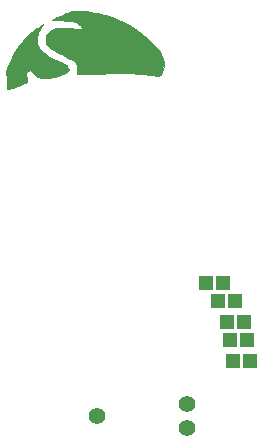
<source format=gts>
G04 #@! TF.FileFunction,Soldermask,Top*
%FSLAX46Y46*%
G04 Gerber Fmt 4.6, Leading zero omitted, Abs format (unit mm)*
G04 Created by KiCad (PCBNEW 4.0.5+dfsg1-4) date Sun Sep 22 01:50:27 2019*
%MOMM*%
%LPD*%
G01*
G04 APERTURE LIST*
%ADD10C,0.100000*%
%ADD11C,0.010000*%
%ADD12C,1.390600*%
%ADD13R,1.197560X1.197560*%
G04 APERTURE END LIST*
D10*
D11*
G36*
X141224000Y-84304860D02*
X141201602Y-84346262D01*
X141142311Y-84438562D01*
X141057977Y-84563433D01*
X141039250Y-84590555D01*
X140942496Y-84733203D01*
X140860021Y-84860185D01*
X140808330Y-84946028D01*
X140805537Y-84951278D01*
X140751604Y-85099296D01*
X140707961Y-85303391D01*
X140679359Y-85535153D01*
X140670475Y-85758995D01*
X140686868Y-85951710D01*
X140738872Y-86122476D01*
X140836031Y-86287917D01*
X140987887Y-86464659D01*
X141181375Y-86649078D01*
X141301145Y-86751656D01*
X141424321Y-86843966D01*
X141565555Y-86934749D01*
X141739503Y-87032750D01*
X141960818Y-87146711D01*
X142244153Y-87285374D01*
X142263426Y-87294661D01*
X142501038Y-87408354D01*
X142712896Y-87508338D01*
X142887137Y-87589130D01*
X143011904Y-87645245D01*
X143075335Y-87671200D01*
X143080209Y-87672334D01*
X143119580Y-87704146D01*
X143186436Y-87783491D01*
X143263192Y-87886230D01*
X143332260Y-87988223D01*
X143376052Y-88065333D01*
X143383000Y-88087913D01*
X143354758Y-88131622D01*
X143280868Y-88214750D01*
X143181917Y-88314772D01*
X143075737Y-88410035D01*
X142970835Y-88481789D01*
X142843495Y-88542313D01*
X142670005Y-88603889D01*
X142552373Y-88640801D01*
X142163680Y-88738719D01*
X141741037Y-88808328D01*
X141621040Y-88821677D01*
X141395958Y-88842121D01*
X141231932Y-88851032D01*
X141106042Y-88847681D01*
X140995368Y-88831339D01*
X140876990Y-88801275D01*
X140864167Y-88797579D01*
X140725661Y-88750494D01*
X140613543Y-88690582D01*
X140502112Y-88600345D01*
X140365666Y-88462283D01*
X140355091Y-88450993D01*
X140231876Y-88321061D01*
X140148709Y-88243437D01*
X140088290Y-88208146D01*
X140033316Y-88205212D01*
X139966485Y-88224659D01*
X139964020Y-88225517D01*
X139836277Y-88309933D01*
X139769240Y-88450999D01*
X139763760Y-88645487D01*
X139803634Y-88835200D01*
X139845657Y-89000939D01*
X139851179Y-89109676D01*
X139815074Y-89183043D01*
X139732213Y-89242678D01*
X139703421Y-89258064D01*
X139611402Y-89299280D01*
X139463461Y-89358414D01*
X139275841Y-89429674D01*
X139064784Y-89507269D01*
X138846532Y-89585407D01*
X138637330Y-89658296D01*
X138453418Y-89720146D01*
X138311039Y-89765163D01*
X138226437Y-89787557D01*
X138214425Y-89789000D01*
X138189300Y-89779492D01*
X138169852Y-89743578D01*
X138154646Y-89670171D01*
X138142244Y-89548186D01*
X138131213Y-89366537D01*
X138120116Y-89114138D01*
X138117120Y-89037584D01*
X138088188Y-88286167D01*
X138234288Y-87854740D01*
X138452838Y-87313911D01*
X138743143Y-86762059D01*
X139096172Y-86213513D01*
X139502898Y-85682600D01*
X139848167Y-85293582D01*
X140046991Y-85091953D01*
X140229003Y-84929672D01*
X140422976Y-84783642D01*
X140657682Y-84630769D01*
X140726584Y-84588477D01*
X140906517Y-84480279D01*
X141057458Y-84391990D01*
X141166426Y-84331012D01*
X141220441Y-84304745D01*
X141224000Y-84304860D01*
X141224000Y-84304860D01*
G37*
X141224000Y-84304860D02*
X141201602Y-84346262D01*
X141142311Y-84438562D01*
X141057977Y-84563433D01*
X141039250Y-84590555D01*
X140942496Y-84733203D01*
X140860021Y-84860185D01*
X140808330Y-84946028D01*
X140805537Y-84951278D01*
X140751604Y-85099296D01*
X140707961Y-85303391D01*
X140679359Y-85535153D01*
X140670475Y-85758995D01*
X140686868Y-85951710D01*
X140738872Y-86122476D01*
X140836031Y-86287917D01*
X140987887Y-86464659D01*
X141181375Y-86649078D01*
X141301145Y-86751656D01*
X141424321Y-86843966D01*
X141565555Y-86934749D01*
X141739503Y-87032750D01*
X141960818Y-87146711D01*
X142244153Y-87285374D01*
X142263426Y-87294661D01*
X142501038Y-87408354D01*
X142712896Y-87508338D01*
X142887137Y-87589130D01*
X143011904Y-87645245D01*
X143075335Y-87671200D01*
X143080209Y-87672334D01*
X143119580Y-87704146D01*
X143186436Y-87783491D01*
X143263192Y-87886230D01*
X143332260Y-87988223D01*
X143376052Y-88065333D01*
X143383000Y-88087913D01*
X143354758Y-88131622D01*
X143280868Y-88214750D01*
X143181917Y-88314772D01*
X143075737Y-88410035D01*
X142970835Y-88481789D01*
X142843495Y-88542313D01*
X142670005Y-88603889D01*
X142552373Y-88640801D01*
X142163680Y-88738719D01*
X141741037Y-88808328D01*
X141621040Y-88821677D01*
X141395958Y-88842121D01*
X141231932Y-88851032D01*
X141106042Y-88847681D01*
X140995368Y-88831339D01*
X140876990Y-88801275D01*
X140864167Y-88797579D01*
X140725661Y-88750494D01*
X140613543Y-88690582D01*
X140502112Y-88600345D01*
X140365666Y-88462283D01*
X140355091Y-88450993D01*
X140231876Y-88321061D01*
X140148709Y-88243437D01*
X140088290Y-88208146D01*
X140033316Y-88205212D01*
X139966485Y-88224659D01*
X139964020Y-88225517D01*
X139836277Y-88309933D01*
X139769240Y-88450999D01*
X139763760Y-88645487D01*
X139803634Y-88835200D01*
X139845657Y-89000939D01*
X139851179Y-89109676D01*
X139815074Y-89183043D01*
X139732213Y-89242678D01*
X139703421Y-89258064D01*
X139611402Y-89299280D01*
X139463461Y-89358414D01*
X139275841Y-89429674D01*
X139064784Y-89507269D01*
X138846532Y-89585407D01*
X138637330Y-89658296D01*
X138453418Y-89720146D01*
X138311039Y-89765163D01*
X138226437Y-89787557D01*
X138214425Y-89789000D01*
X138189300Y-89779492D01*
X138169852Y-89743578D01*
X138154646Y-89670171D01*
X138142244Y-89548186D01*
X138131213Y-89366537D01*
X138120116Y-89114138D01*
X138117120Y-89037584D01*
X138088188Y-88286167D01*
X138234288Y-87854740D01*
X138452838Y-87313911D01*
X138743143Y-86762059D01*
X139096172Y-86213513D01*
X139502898Y-85682600D01*
X139848167Y-85293582D01*
X140046991Y-85091953D01*
X140229003Y-84929672D01*
X140422976Y-84783642D01*
X140657682Y-84630769D01*
X140726584Y-84588477D01*
X140906517Y-84480279D01*
X141057458Y-84391990D01*
X141166426Y-84331012D01*
X141220441Y-84304745D01*
X141224000Y-84304860D01*
G36*
X144273786Y-83138770D02*
X144520115Y-83159424D01*
X144809419Y-83199343D01*
X145153402Y-83258794D01*
X145563767Y-83338043D01*
X145727317Y-83370926D01*
X146068149Y-83440410D01*
X146341479Y-83498061D01*
X146562880Y-83548392D01*
X146747923Y-83595918D01*
X146912180Y-83645152D01*
X147071223Y-83700609D01*
X147240625Y-83766803D01*
X147435956Y-83848247D01*
X147567539Y-83904369D01*
X147797124Y-84003716D01*
X147986139Y-84089558D01*
X148150249Y-84171139D01*
X148305116Y-84257706D01*
X148466407Y-84358503D01*
X148649784Y-84482775D01*
X148870912Y-84639767D01*
X149123202Y-84822534D01*
X149633655Y-85206668D01*
X150070305Y-85563464D01*
X150437795Y-85897432D01*
X150740772Y-86213082D01*
X150983879Y-86514925D01*
X151171762Y-86807470D01*
X151176798Y-86816517D01*
X151307983Y-87066832D01*
X151392717Y-87272542D01*
X151434146Y-87457661D01*
X151435414Y-87646202D01*
X151399669Y-87862181D01*
X151342849Y-88084137D01*
X151287811Y-88271037D01*
X151235254Y-88430842D01*
X151192047Y-88543643D01*
X151169835Y-88585510D01*
X151098648Y-88618061D01*
X150963912Y-88636901D01*
X150785596Y-88642215D01*
X150583671Y-88634193D01*
X150378105Y-88613020D01*
X150188867Y-88578886D01*
X150177500Y-88576197D01*
X150063627Y-88556875D01*
X149880397Y-88535473D01*
X149643053Y-88513329D01*
X149366835Y-88491781D01*
X149066985Y-88472167D01*
X148865167Y-88461013D01*
X148521874Y-88444934D01*
X148213087Y-88434211D01*
X147919530Y-88428880D01*
X147621926Y-88428978D01*
X147300996Y-88434541D01*
X146937463Y-88445605D01*
X146512051Y-88462209D01*
X146431000Y-88465635D01*
X146070715Y-88480593D01*
X145713625Y-88494666D01*
X145374906Y-88507312D01*
X145069738Y-88517987D01*
X144813299Y-88526148D01*
X144620768Y-88531252D01*
X144569764Y-88532241D01*
X144084361Y-88540167D01*
X144082930Y-88138000D01*
X144080085Y-87944006D01*
X144070029Y-87811145D01*
X144048003Y-87715918D01*
X144009246Y-87634827D01*
X143968271Y-87571947D01*
X143870219Y-87466526D01*
X143707493Y-87342341D01*
X143476828Y-87197436D01*
X143174959Y-87029854D01*
X142798622Y-86837641D01*
X142501224Y-86693165D01*
X142156681Y-86516253D01*
X141887738Y-86349275D01*
X141686861Y-86186137D01*
X141546515Y-86020744D01*
X141460860Y-85851765D01*
X141408857Y-85594231D01*
X141437484Y-85347748D01*
X141542763Y-85120241D01*
X141720715Y-84919639D01*
X141967362Y-84753868D01*
X142026562Y-84724667D01*
X142272138Y-84636631D01*
X142555053Y-84587135D01*
X142885447Y-84575729D01*
X143273455Y-84601963D01*
X143650213Y-84652582D01*
X143878742Y-84685936D01*
X144084544Y-84710897D01*
X144249881Y-84725690D01*
X144357017Y-84728536D01*
X144380463Y-84725724D01*
X144464474Y-84674988D01*
X144479931Y-84588672D01*
X144430320Y-84475677D01*
X144319129Y-84344904D01*
X144187334Y-84232823D01*
X144112513Y-84178515D01*
X144042999Y-84138067D01*
X143963056Y-84107558D01*
X143856943Y-84083069D01*
X143708923Y-84060678D01*
X143503256Y-84036466D01*
X143319500Y-84016647D01*
X143057233Y-83990412D01*
X142794652Y-83967114D01*
X142556564Y-83948758D01*
X142367778Y-83937349D01*
X142311282Y-83935170D01*
X141980397Y-83925834D01*
X142395949Y-83706264D01*
X142622897Y-83593787D01*
X142888563Y-83473377D01*
X143151236Y-83363548D01*
X143277167Y-83315151D01*
X143484164Y-83243476D01*
X143675622Y-83189734D01*
X143863242Y-83154191D01*
X144058729Y-83137114D01*
X144273786Y-83138770D01*
X144273786Y-83138770D01*
G37*
X144273786Y-83138770D02*
X144520115Y-83159424D01*
X144809419Y-83199343D01*
X145153402Y-83258794D01*
X145563767Y-83338043D01*
X145727317Y-83370926D01*
X146068149Y-83440410D01*
X146341479Y-83498061D01*
X146562880Y-83548392D01*
X146747923Y-83595918D01*
X146912180Y-83645152D01*
X147071223Y-83700609D01*
X147240625Y-83766803D01*
X147435956Y-83848247D01*
X147567539Y-83904369D01*
X147797124Y-84003716D01*
X147986139Y-84089558D01*
X148150249Y-84171139D01*
X148305116Y-84257706D01*
X148466407Y-84358503D01*
X148649784Y-84482775D01*
X148870912Y-84639767D01*
X149123202Y-84822534D01*
X149633655Y-85206668D01*
X150070305Y-85563464D01*
X150437795Y-85897432D01*
X150740772Y-86213082D01*
X150983879Y-86514925D01*
X151171762Y-86807470D01*
X151176798Y-86816517D01*
X151307983Y-87066832D01*
X151392717Y-87272542D01*
X151434146Y-87457661D01*
X151435414Y-87646202D01*
X151399669Y-87862181D01*
X151342849Y-88084137D01*
X151287811Y-88271037D01*
X151235254Y-88430842D01*
X151192047Y-88543643D01*
X151169835Y-88585510D01*
X151098648Y-88618061D01*
X150963912Y-88636901D01*
X150785596Y-88642215D01*
X150583671Y-88634193D01*
X150378105Y-88613020D01*
X150188867Y-88578886D01*
X150177500Y-88576197D01*
X150063627Y-88556875D01*
X149880397Y-88535473D01*
X149643053Y-88513329D01*
X149366835Y-88491781D01*
X149066985Y-88472167D01*
X148865167Y-88461013D01*
X148521874Y-88444934D01*
X148213087Y-88434211D01*
X147919530Y-88428880D01*
X147621926Y-88428978D01*
X147300996Y-88434541D01*
X146937463Y-88445605D01*
X146512051Y-88462209D01*
X146431000Y-88465635D01*
X146070715Y-88480593D01*
X145713625Y-88494666D01*
X145374906Y-88507312D01*
X145069738Y-88517987D01*
X144813299Y-88526148D01*
X144620768Y-88531252D01*
X144569764Y-88532241D01*
X144084361Y-88540167D01*
X144082930Y-88138000D01*
X144080085Y-87944006D01*
X144070029Y-87811145D01*
X144048003Y-87715918D01*
X144009246Y-87634827D01*
X143968271Y-87571947D01*
X143870219Y-87466526D01*
X143707493Y-87342341D01*
X143476828Y-87197436D01*
X143174959Y-87029854D01*
X142798622Y-86837641D01*
X142501224Y-86693165D01*
X142156681Y-86516253D01*
X141887738Y-86349275D01*
X141686861Y-86186137D01*
X141546515Y-86020744D01*
X141460860Y-85851765D01*
X141408857Y-85594231D01*
X141437484Y-85347748D01*
X141542763Y-85120241D01*
X141720715Y-84919639D01*
X141967362Y-84753868D01*
X142026562Y-84724667D01*
X142272138Y-84636631D01*
X142555053Y-84587135D01*
X142885447Y-84575729D01*
X143273455Y-84601963D01*
X143650213Y-84652582D01*
X143878742Y-84685936D01*
X144084544Y-84710897D01*
X144249881Y-84725690D01*
X144357017Y-84728536D01*
X144380463Y-84725724D01*
X144464474Y-84674988D01*
X144479931Y-84588672D01*
X144430320Y-84475677D01*
X144319129Y-84344904D01*
X144187334Y-84232823D01*
X144112513Y-84178515D01*
X144042999Y-84138067D01*
X143963056Y-84107558D01*
X143856943Y-84083069D01*
X143708923Y-84060678D01*
X143503256Y-84036466D01*
X143319500Y-84016647D01*
X143057233Y-83990412D01*
X142794652Y-83967114D01*
X142556564Y-83948758D01*
X142367778Y-83937349D01*
X142311282Y-83935170D01*
X141980397Y-83925834D01*
X142395949Y-83706264D01*
X142622897Y-83593787D01*
X142888563Y-83473377D01*
X143151236Y-83363548D01*
X143277167Y-83315151D01*
X143484164Y-83243476D01*
X143675622Y-83189734D01*
X143863242Y-83154191D01*
X144058729Y-83137114D01*
X144273786Y-83138770D01*
D12*
X153416000Y-118491000D03*
X153416000Y-116459000D03*
X145796000Y-117475000D03*
D13*
X154952700Y-106172000D03*
X156451300Y-106172000D03*
X155968700Y-107696000D03*
X157467300Y-107696000D03*
X156730700Y-109474000D03*
X158229300Y-109474000D03*
X156984700Y-110998000D03*
X158483300Y-110998000D03*
X157238700Y-112776000D03*
X158737300Y-112776000D03*
M02*

</source>
